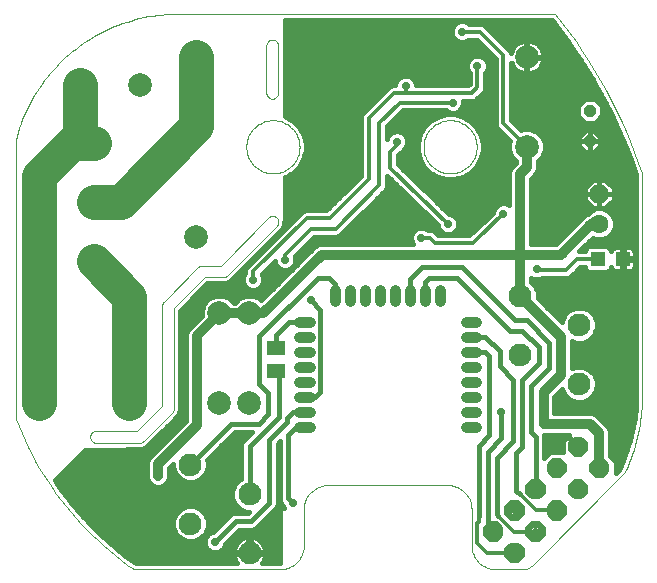
<source format=gtl>
G75*
%MOIN*%
%OFA0B0*%
%FSLAX24Y24*%
%IPPOS*%
%LPD*%
%AMOC8*
5,1,8,0,0,1.08239X$1,22.5*
%
%ADD10C,0.0000*%
%ADD11C,0.0354*%
%ADD12C,0.0866*%
%ADD13C,0.0787*%
%ADD14C,0.1000*%
%ADD15C,0.0760*%
%ADD16OC8,0.0630*%
%ADD17C,0.0630*%
%ADD18C,0.0138*%
%ADD19R,0.0591X0.0512*%
%ADD20OC8,0.0399*%
%ADD21R,0.0472X0.0472*%
%ADD22C,0.0787*%
%ADD23C,0.1181*%
%ADD24C,0.0283*%
%ADD25C,0.0320*%
%ADD26C,0.0160*%
%ADD27C,0.0120*%
%ADD28C,0.0425*%
D10*
X004154Y000307D02*
X009036Y000307D01*
X009090Y000309D01*
X009143Y000314D01*
X009196Y000323D01*
X009248Y000336D01*
X009300Y000352D01*
X009350Y000372D01*
X009398Y000395D01*
X009445Y000422D01*
X009490Y000451D01*
X009533Y000484D01*
X009573Y000519D01*
X009611Y000557D01*
X009646Y000597D01*
X009679Y000640D01*
X009708Y000685D01*
X009735Y000732D01*
X009758Y000780D01*
X009778Y000830D01*
X009794Y000882D01*
X009807Y000934D01*
X009816Y000987D01*
X009821Y001040D01*
X009823Y001094D01*
X009823Y002316D01*
X009825Y002370D01*
X009830Y002423D01*
X009839Y002476D01*
X009852Y002528D01*
X009868Y002580D01*
X009888Y002630D01*
X009911Y002678D01*
X009938Y002725D01*
X009967Y002770D01*
X010000Y002813D01*
X010035Y002853D01*
X010073Y002891D01*
X010113Y002926D01*
X010156Y002959D01*
X010201Y002988D01*
X010248Y003015D01*
X010296Y003038D01*
X010346Y003058D01*
X010398Y003074D01*
X010450Y003087D01*
X010503Y003096D01*
X010556Y003101D01*
X010610Y003103D01*
X010610Y003104D02*
X014626Y003104D01*
X014626Y003103D02*
X014680Y003101D01*
X014733Y003096D01*
X014786Y003087D01*
X014838Y003074D01*
X014890Y003058D01*
X014940Y003038D01*
X014988Y003015D01*
X015035Y002988D01*
X015080Y002959D01*
X015123Y002926D01*
X015163Y002891D01*
X015201Y002853D01*
X015236Y002813D01*
X015269Y002770D01*
X015298Y002725D01*
X015325Y002678D01*
X015348Y002630D01*
X015368Y002580D01*
X015384Y002528D01*
X015397Y002476D01*
X015406Y002423D01*
X015411Y002370D01*
X015413Y002316D01*
X015414Y002316D02*
X015414Y001094D01*
X015416Y001040D01*
X015421Y000987D01*
X015430Y000934D01*
X015443Y000882D01*
X015459Y000830D01*
X015479Y000780D01*
X015502Y000732D01*
X015529Y000685D01*
X015558Y000640D01*
X015591Y000597D01*
X015626Y000557D01*
X015664Y000519D01*
X015704Y000484D01*
X015747Y000451D01*
X015792Y000422D01*
X015839Y000395D01*
X015887Y000372D01*
X015937Y000352D01*
X015989Y000336D01*
X016041Y000323D01*
X016094Y000314D01*
X016147Y000309D01*
X016201Y000307D01*
X017140Y000307D01*
X017419Y000422D02*
X020492Y003496D01*
X021083Y005701D02*
X021083Y013496D01*
X018189Y018811D02*
X005374Y018811D01*
X008573Y017759D02*
X008573Y016184D01*
X008572Y016184D02*
X008574Y016158D01*
X008579Y016133D01*
X008587Y016109D01*
X008598Y016085D01*
X008613Y016064D01*
X008630Y016045D01*
X008649Y016028D01*
X008671Y016013D01*
X008694Y016002D01*
X008718Y015994D01*
X008743Y015989D01*
X008769Y015987D01*
X008795Y015989D01*
X008820Y015994D01*
X008844Y016002D01*
X008868Y016013D01*
X008889Y016028D01*
X008908Y016045D01*
X008925Y016064D01*
X008940Y016086D01*
X008951Y016109D01*
X008959Y016133D01*
X008964Y016158D01*
X008966Y016184D01*
X008966Y017759D01*
X008769Y017956D02*
X008743Y017954D01*
X008718Y017949D01*
X008694Y017941D01*
X008671Y017930D01*
X008649Y017915D01*
X008630Y017898D01*
X008613Y017879D01*
X008598Y017858D01*
X008587Y017834D01*
X008579Y017810D01*
X008574Y017785D01*
X008572Y017759D01*
X008769Y017956D02*
X008795Y017954D01*
X008820Y017949D01*
X008844Y017941D01*
X008868Y017930D01*
X008889Y017915D01*
X008908Y017898D01*
X008925Y017879D01*
X008940Y017857D01*
X008951Y017834D01*
X008959Y017810D01*
X008964Y017785D01*
X008966Y017759D01*
X007908Y014382D02*
X007910Y014441D01*
X007916Y014500D01*
X007926Y014558D01*
X007939Y014616D01*
X007957Y014673D01*
X007978Y014728D01*
X008003Y014782D01*
X008032Y014834D01*
X008064Y014883D01*
X008099Y014931D01*
X008137Y014976D01*
X008178Y015019D01*
X008222Y015059D01*
X008268Y015095D01*
X008317Y015129D01*
X008368Y015159D01*
X008421Y015186D01*
X008476Y015209D01*
X008531Y015228D01*
X008589Y015244D01*
X008647Y015256D01*
X008705Y015264D01*
X008764Y015268D01*
X008824Y015268D01*
X008883Y015264D01*
X008941Y015256D01*
X008999Y015244D01*
X009057Y015228D01*
X009112Y015209D01*
X009167Y015186D01*
X009220Y015159D01*
X009271Y015129D01*
X009320Y015095D01*
X009366Y015059D01*
X009410Y015019D01*
X009451Y014976D01*
X009489Y014931D01*
X009524Y014883D01*
X009556Y014834D01*
X009585Y014782D01*
X009610Y014728D01*
X009631Y014673D01*
X009649Y014616D01*
X009662Y014558D01*
X009672Y014500D01*
X009678Y014441D01*
X009680Y014382D01*
X009678Y014323D01*
X009672Y014264D01*
X009662Y014206D01*
X009649Y014148D01*
X009631Y014091D01*
X009610Y014036D01*
X009585Y013982D01*
X009556Y013930D01*
X009524Y013881D01*
X009489Y013833D01*
X009451Y013788D01*
X009410Y013745D01*
X009366Y013705D01*
X009320Y013669D01*
X009271Y013635D01*
X009220Y013605D01*
X009167Y013578D01*
X009112Y013555D01*
X009057Y013536D01*
X008999Y013520D01*
X008941Y013508D01*
X008883Y013500D01*
X008824Y013496D01*
X008764Y013496D01*
X008705Y013500D01*
X008647Y013508D01*
X008589Y013520D01*
X008531Y013536D01*
X008476Y013555D01*
X008421Y013578D01*
X008368Y013605D01*
X008317Y013635D01*
X008268Y013669D01*
X008222Y013705D01*
X008178Y013745D01*
X008137Y013788D01*
X008099Y013833D01*
X008064Y013881D01*
X008032Y013930D01*
X008003Y013982D01*
X007978Y014036D01*
X007957Y014091D01*
X007939Y014148D01*
X007926Y014206D01*
X007916Y014264D01*
X007910Y014323D01*
X007908Y014382D01*
X005375Y018812D02*
X005226Y018803D01*
X005078Y018791D01*
X004930Y018774D01*
X004783Y018754D01*
X004636Y018730D01*
X004490Y018702D01*
X004345Y018669D01*
X004201Y018634D01*
X004057Y018594D01*
X003915Y018550D01*
X003774Y018503D01*
X003634Y018452D01*
X003496Y018397D01*
X003359Y018338D01*
X003224Y018276D01*
X003091Y018210D01*
X002959Y018141D01*
X002830Y018068D01*
X002702Y017992D01*
X002576Y017913D01*
X002453Y017830D01*
X002332Y017743D01*
X002213Y017654D01*
X002096Y017562D01*
X001982Y017466D01*
X001871Y017367D01*
X001762Y017266D01*
X001657Y017161D01*
X001554Y017054D01*
X001453Y016944D01*
X001356Y016832D01*
X001262Y016717D01*
X001171Y016599D01*
X001083Y016479D01*
X000998Y016357D01*
X000917Y016232D01*
X000839Y016106D01*
X000765Y015977D01*
X000693Y015846D01*
X000626Y015714D01*
X000562Y015580D01*
X000501Y015444D01*
X000445Y015306D01*
X000392Y015167D01*
X000342Y015027D01*
X000297Y014885D01*
X000255Y014743D01*
X000217Y014599D01*
X000217Y014598D02*
X000217Y005307D01*
X002894Y004913D02*
X004272Y004913D01*
X005099Y005740D01*
X005099Y009084D01*
X005156Y009223D02*
X006301Y010368D01*
X006440Y010425D02*
X007046Y010425D01*
X008644Y012023D01*
X008778Y012079D02*
X008803Y012077D01*
X008827Y012073D01*
X008851Y012065D01*
X008873Y012054D01*
X008894Y012040D01*
X008912Y012023D01*
X008913Y012023D02*
X008919Y012016D01*
X008936Y011998D01*
X008950Y011977D01*
X008961Y011955D01*
X008969Y011931D01*
X008973Y011907D01*
X008975Y011882D01*
X008919Y011747D02*
X007261Y010089D01*
X007122Y010031D02*
X006516Y010031D01*
X005492Y009008D01*
X005492Y005664D01*
X005435Y005525D02*
X004487Y004577D01*
X004348Y004520D02*
X002894Y004520D01*
X002868Y004522D01*
X002843Y004527D01*
X002819Y004535D01*
X002795Y004546D01*
X002774Y004561D01*
X002755Y004578D01*
X002738Y004597D01*
X002723Y004619D01*
X002712Y004642D01*
X002704Y004666D01*
X002699Y004691D01*
X002697Y004717D01*
X002699Y004743D01*
X002704Y004768D01*
X002712Y004792D01*
X002723Y004816D01*
X002738Y004837D01*
X002755Y004856D01*
X002774Y004873D01*
X002796Y004888D01*
X002819Y004899D01*
X002843Y004907D01*
X002868Y004912D01*
X002894Y004914D01*
X004348Y004520D02*
X004374Y004522D01*
X004399Y004527D01*
X004423Y004535D01*
X004447Y004546D01*
X004468Y004561D01*
X004487Y004578D01*
X005434Y005525D02*
X005451Y005544D01*
X005466Y005565D01*
X005477Y005589D01*
X005485Y005613D01*
X005490Y005638D01*
X005492Y005664D01*
X021083Y013496D02*
X020963Y013857D01*
X020834Y014215D01*
X020697Y014570D01*
X020552Y014922D01*
X020398Y015270D01*
X020236Y015614D01*
X020066Y015955D01*
X019888Y016291D01*
X019702Y016623D01*
X019509Y016951D01*
X019307Y017273D01*
X019098Y017591D01*
X018882Y017904D01*
X018658Y018212D01*
X018427Y018515D01*
X018189Y018811D01*
X013813Y014382D02*
X013815Y014441D01*
X013821Y014500D01*
X013831Y014558D01*
X013844Y014616D01*
X013862Y014673D01*
X013883Y014728D01*
X013908Y014782D01*
X013937Y014834D01*
X013969Y014883D01*
X014004Y014931D01*
X014042Y014976D01*
X014083Y015019D01*
X014127Y015059D01*
X014173Y015095D01*
X014222Y015129D01*
X014273Y015159D01*
X014326Y015186D01*
X014381Y015209D01*
X014436Y015228D01*
X014494Y015244D01*
X014552Y015256D01*
X014610Y015264D01*
X014669Y015268D01*
X014729Y015268D01*
X014788Y015264D01*
X014846Y015256D01*
X014904Y015244D01*
X014962Y015228D01*
X015017Y015209D01*
X015072Y015186D01*
X015125Y015159D01*
X015176Y015129D01*
X015225Y015095D01*
X015271Y015059D01*
X015315Y015019D01*
X015356Y014976D01*
X015394Y014931D01*
X015429Y014883D01*
X015461Y014834D01*
X015490Y014782D01*
X015515Y014728D01*
X015536Y014673D01*
X015554Y014616D01*
X015567Y014558D01*
X015577Y014500D01*
X015583Y014441D01*
X015585Y014382D01*
X015583Y014323D01*
X015577Y014264D01*
X015567Y014206D01*
X015554Y014148D01*
X015536Y014091D01*
X015515Y014036D01*
X015490Y013982D01*
X015461Y013930D01*
X015429Y013881D01*
X015394Y013833D01*
X015356Y013788D01*
X015315Y013745D01*
X015271Y013705D01*
X015225Y013669D01*
X015176Y013635D01*
X015125Y013605D01*
X015072Y013578D01*
X015017Y013555D01*
X014962Y013536D01*
X014904Y013520D01*
X014846Y013508D01*
X014788Y013500D01*
X014729Y013496D01*
X014669Y013496D01*
X014610Y013500D01*
X014552Y013508D01*
X014494Y013520D01*
X014436Y013536D01*
X014381Y013555D01*
X014326Y013578D01*
X014273Y013605D01*
X014222Y013635D01*
X014173Y013669D01*
X014127Y013705D01*
X014083Y013745D01*
X014042Y013788D01*
X014004Y013833D01*
X013969Y013881D01*
X013937Y013930D01*
X013908Y013982D01*
X013883Y014036D01*
X013862Y014091D01*
X013844Y014148D01*
X013831Y014206D01*
X013821Y014264D01*
X013815Y014323D01*
X013813Y014382D01*
X008975Y011882D02*
X008973Y011857D01*
X008969Y011833D01*
X008961Y011809D01*
X008950Y011787D01*
X008936Y011766D01*
X008919Y011748D01*
X008778Y012079D02*
X008753Y012077D01*
X008729Y012073D01*
X008705Y012065D01*
X008683Y012054D01*
X008662Y012040D01*
X008644Y012023D01*
X007261Y010089D02*
X007242Y010072D01*
X007221Y010057D01*
X007197Y010046D01*
X007173Y010038D01*
X007148Y010033D01*
X007122Y010031D01*
X006440Y010425D02*
X006414Y010423D01*
X006389Y010418D01*
X006365Y010410D01*
X006341Y010399D01*
X006320Y010384D01*
X006301Y010367D01*
X005156Y009223D02*
X005139Y009204D01*
X005124Y009183D01*
X005113Y009159D01*
X005105Y009135D01*
X005100Y009110D01*
X005098Y009084D01*
X000217Y005307D02*
X000313Y005067D01*
X000415Y004830D01*
X000522Y004595D01*
X000635Y004362D01*
X000754Y004133D01*
X000878Y003906D01*
X001007Y003682D01*
X001141Y003462D01*
X001281Y003245D01*
X001426Y003031D01*
X001576Y002820D01*
X001731Y002614D01*
X001891Y002411D01*
X002056Y002212D01*
X002225Y002016D01*
X002399Y001825D01*
X002577Y001639D01*
X002760Y001456D01*
X002947Y001278D01*
X003138Y001104D01*
X003334Y000935D01*
X003533Y000771D01*
X003736Y000611D01*
X003943Y000457D01*
X004154Y000307D01*
X020492Y003496D02*
X020554Y003625D01*
X020614Y003756D01*
X020670Y003888D01*
X020723Y004022D01*
X020772Y004157D01*
X020818Y004293D01*
X020860Y004430D01*
X020899Y004569D01*
X020935Y004708D01*
X020967Y004848D01*
X020995Y004989D01*
X021020Y005130D01*
X021041Y005272D01*
X021058Y005415D01*
X021072Y005558D01*
X021082Y005701D01*
X017419Y000422D02*
X017390Y000396D01*
X017359Y000373D01*
X017326Y000354D01*
X017291Y000337D01*
X017254Y000324D01*
X017217Y000315D01*
X017179Y000309D01*
X017140Y000307D01*
D11*
X015577Y005039D02*
X015223Y005039D01*
X015223Y005539D02*
X015577Y005539D01*
X015577Y006039D02*
X015223Y006039D01*
X015223Y006539D02*
X015577Y006539D01*
X015577Y007039D02*
X015223Y007039D01*
X015223Y007539D02*
X015577Y007539D01*
X015577Y008039D02*
X015223Y008039D01*
X015223Y008539D02*
X015577Y008539D01*
X014368Y009252D02*
X014368Y009606D01*
X013868Y009606D02*
X013868Y009252D01*
X013368Y009252D02*
X013368Y009606D01*
X012868Y009606D02*
X012868Y009252D01*
X012368Y009252D02*
X012368Y009606D01*
X011868Y009606D02*
X011868Y009252D01*
X011368Y009252D02*
X011368Y009606D01*
X010868Y009606D02*
X010868Y009252D01*
X010014Y008539D02*
X009660Y008539D01*
X009660Y008039D02*
X010014Y008039D01*
X010014Y007539D02*
X009660Y007539D01*
X009660Y007039D02*
X010014Y007039D01*
X010014Y006539D02*
X009660Y006539D01*
X009660Y006039D02*
X010014Y006039D01*
X010014Y005539D02*
X009660Y005539D01*
X009660Y005039D02*
X010014Y005039D01*
D12*
X004008Y005830D03*
X001008Y005830D03*
X001008Y008830D03*
X004008Y008830D03*
D13*
X006235Y011390D03*
X007008Y008830D03*
X008008Y008830D03*
X008008Y005830D03*
X007008Y005830D03*
X017258Y014382D03*
X017258Y017374D03*
X006235Y017374D03*
X004366Y016448D03*
X002366Y016448D03*
D14*
X002815Y014515D03*
X002815Y012546D03*
X002815Y010578D03*
D15*
X006043Y003791D03*
X008012Y002807D03*
X006043Y001823D03*
X008012Y000839D03*
X017032Y007453D03*
X017032Y009421D03*
X019001Y008437D03*
X019001Y006468D03*
D16*
X019672Y012815D03*
D17*
X019672Y011815D03*
D18*
X018755Y004341D02*
X018686Y004272D01*
X018686Y004498D01*
X018848Y004660D01*
X019074Y004660D01*
X019236Y004498D01*
X019236Y004272D01*
X019074Y004110D01*
X018848Y004110D01*
X018686Y004272D01*
X018790Y004314D01*
X018790Y004456D01*
X018890Y004556D01*
X019032Y004556D01*
X019132Y004456D01*
X019132Y004314D01*
X019032Y004214D01*
X018890Y004214D01*
X018790Y004314D01*
X018893Y004357D01*
X018893Y004413D01*
X018933Y004453D01*
X018989Y004453D01*
X019029Y004413D01*
X019029Y004357D01*
X018989Y004317D01*
X018933Y004317D01*
X018893Y004357D01*
X018048Y003634D02*
X017979Y003565D01*
X017979Y003791D01*
X018141Y003953D01*
X018367Y003953D01*
X018529Y003791D01*
X018529Y003565D01*
X018367Y003403D01*
X018141Y003403D01*
X017979Y003565D01*
X018083Y003607D01*
X018083Y003749D01*
X018183Y003849D01*
X018325Y003849D01*
X018425Y003749D01*
X018425Y003607D01*
X018325Y003507D01*
X018183Y003507D01*
X018083Y003607D01*
X018186Y003650D01*
X018186Y003706D01*
X018226Y003746D01*
X018282Y003746D01*
X018322Y003706D01*
X018322Y003650D01*
X018282Y003610D01*
X018226Y003610D01*
X018186Y003650D01*
X017341Y002927D02*
X017272Y002858D01*
X017272Y003084D01*
X017434Y003246D01*
X017660Y003246D01*
X017822Y003084D01*
X017822Y002858D01*
X017660Y002696D01*
X017434Y002696D01*
X017272Y002858D01*
X017376Y002900D01*
X017376Y003042D01*
X017476Y003142D01*
X017618Y003142D01*
X017718Y003042D01*
X017718Y002900D01*
X017618Y002800D01*
X017476Y002800D01*
X017376Y002900D01*
X017479Y002943D01*
X017479Y002999D01*
X017519Y003039D01*
X017575Y003039D01*
X017615Y002999D01*
X017615Y002943D01*
X017575Y002903D01*
X017519Y002903D01*
X017479Y002943D01*
X016634Y002220D02*
X016565Y002151D01*
X016565Y002377D01*
X016727Y002539D01*
X016953Y002539D01*
X017115Y002377D01*
X017115Y002151D01*
X016953Y001989D01*
X016727Y001989D01*
X016565Y002151D01*
X016669Y002193D01*
X016669Y002335D01*
X016769Y002435D01*
X016911Y002435D01*
X017011Y002335D01*
X017011Y002193D01*
X016911Y002093D01*
X016769Y002093D01*
X016669Y002193D01*
X016772Y002236D01*
X016772Y002292D01*
X016812Y002332D01*
X016868Y002332D01*
X016908Y002292D01*
X016908Y002236D01*
X016868Y002196D01*
X016812Y002196D01*
X016772Y002236D01*
X015927Y001513D02*
X015858Y001444D01*
X015858Y001670D01*
X016020Y001832D01*
X016246Y001832D01*
X016408Y001670D01*
X016408Y001444D01*
X016246Y001282D01*
X016020Y001282D01*
X015858Y001444D01*
X015962Y001486D01*
X015962Y001628D01*
X016062Y001728D01*
X016204Y001728D01*
X016304Y001628D01*
X016304Y001486D01*
X016204Y001386D01*
X016062Y001386D01*
X015962Y001486D01*
X016065Y001529D01*
X016065Y001585D01*
X016105Y001625D01*
X016161Y001625D01*
X016201Y001585D01*
X016201Y001529D01*
X016161Y001489D01*
X016105Y001489D01*
X016065Y001529D01*
X016634Y000806D02*
X016565Y000737D01*
X016565Y000963D01*
X016727Y001125D01*
X016953Y001125D01*
X017115Y000963D01*
X017115Y000737D01*
X016953Y000575D01*
X016727Y000575D01*
X016565Y000737D01*
X016669Y000779D01*
X016669Y000921D01*
X016769Y001021D01*
X016911Y001021D01*
X017011Y000921D01*
X017011Y000779D01*
X016911Y000679D01*
X016769Y000679D01*
X016669Y000779D01*
X016772Y000822D01*
X016772Y000878D01*
X016812Y000918D01*
X016868Y000918D01*
X016908Y000878D01*
X016908Y000822D01*
X016868Y000782D01*
X016812Y000782D01*
X016772Y000822D01*
X017341Y001513D02*
X017272Y001444D01*
X017272Y001670D01*
X017434Y001832D01*
X017660Y001832D01*
X017822Y001670D01*
X017822Y001444D01*
X017660Y001282D01*
X017434Y001282D01*
X017272Y001444D01*
X017376Y001486D01*
X017376Y001628D01*
X017476Y001728D01*
X017618Y001728D01*
X017718Y001628D01*
X017718Y001486D01*
X017618Y001386D01*
X017476Y001386D01*
X017376Y001486D01*
X017479Y001529D01*
X017479Y001585D01*
X017519Y001625D01*
X017575Y001625D01*
X017615Y001585D01*
X017615Y001529D01*
X017575Y001489D01*
X017519Y001489D01*
X017479Y001529D01*
X018048Y002220D02*
X017979Y002151D01*
X017979Y002377D01*
X018141Y002539D01*
X018367Y002539D01*
X018529Y002377D01*
X018529Y002151D01*
X018367Y001989D01*
X018141Y001989D01*
X017979Y002151D01*
X018083Y002193D01*
X018083Y002335D01*
X018183Y002435D01*
X018325Y002435D01*
X018425Y002335D01*
X018425Y002193D01*
X018325Y002093D01*
X018183Y002093D01*
X018083Y002193D01*
X018186Y002236D01*
X018186Y002292D01*
X018226Y002332D01*
X018282Y002332D01*
X018322Y002292D01*
X018322Y002236D01*
X018282Y002196D01*
X018226Y002196D01*
X018186Y002236D01*
X018755Y002927D02*
X018686Y002858D01*
X018686Y003084D01*
X018848Y003246D01*
X019074Y003246D01*
X019236Y003084D01*
X019236Y002858D01*
X019074Y002696D01*
X018848Y002696D01*
X018686Y002858D01*
X018790Y002900D01*
X018790Y003042D01*
X018890Y003142D01*
X019032Y003142D01*
X019132Y003042D01*
X019132Y002900D01*
X019032Y002800D01*
X018890Y002800D01*
X018790Y002900D01*
X018893Y002943D01*
X018893Y002999D01*
X018933Y003039D01*
X018989Y003039D01*
X019029Y002999D01*
X019029Y002943D01*
X018989Y002903D01*
X018933Y002903D01*
X018893Y002943D01*
X019462Y003634D02*
X019393Y003565D01*
X019393Y003791D01*
X019555Y003953D01*
X019781Y003953D01*
X019943Y003791D01*
X019943Y003565D01*
X019781Y003403D01*
X019555Y003403D01*
X019393Y003565D01*
X019497Y003607D01*
X019497Y003749D01*
X019597Y003849D01*
X019739Y003849D01*
X019839Y003749D01*
X019839Y003607D01*
X019739Y003507D01*
X019597Y003507D01*
X019497Y003607D01*
X019600Y003650D01*
X019600Y003706D01*
X019640Y003746D01*
X019696Y003746D01*
X019736Y003706D01*
X019736Y003650D01*
X019696Y003610D01*
X019640Y003610D01*
X019600Y003650D01*
D19*
X008896Y006924D03*
X008896Y007672D03*
D20*
X019351Y014571D03*
X019351Y015571D03*
D21*
X019625Y010638D03*
X020451Y010638D03*
D22*
X002815Y014515D02*
X002815Y014554D01*
D23*
X002815Y014515D02*
X002366Y014515D01*
X002366Y016448D01*
X002100Y014515D02*
X002815Y014515D01*
X002100Y014515D02*
X001008Y013423D01*
X001008Y008830D01*
X001008Y005830D01*
X004008Y005830D02*
X004008Y008830D01*
X004008Y009385D01*
X002815Y010578D01*
X002815Y012546D02*
X003716Y012546D01*
X006235Y015065D01*
X006235Y017374D01*
D24*
X010065Y013137D03*
X012781Y011956D03*
X013738Y011348D03*
X014626Y011803D03*
X016477Y012157D03*
X018380Y010793D03*
X017579Y010307D03*
X020124Y008145D03*
X017816Y005146D03*
X016400Y005539D03*
X010059Y009283D03*
X008764Y010200D03*
X009193Y010623D03*
X008130Y009953D03*
X012933Y014559D03*
X014787Y015855D03*
X015256Y016528D03*
X015610Y017079D03*
X015099Y018220D03*
X013217Y016407D03*
X012382Y016882D03*
X007637Y004587D03*
X009450Y002513D03*
X006861Y001213D03*
X004962Y003408D03*
X004150Y003413D03*
D25*
X004962Y003408D02*
X004962Y003818D01*
X006251Y005107D01*
X006251Y008073D01*
X007008Y008830D01*
X008008Y008830D01*
X008468Y008830D01*
X010432Y010793D01*
X017003Y010793D01*
X017017Y010808D01*
X017052Y010808D01*
X017067Y010793D01*
X017046Y010793D01*
X017032Y010807D01*
X017032Y013472D01*
X017258Y013699D01*
X017258Y014382D01*
X019402Y011815D02*
X018380Y010793D01*
X017067Y010793D01*
X017032Y010807D02*
X017032Y009421D01*
X018400Y008054D01*
X018400Y006790D01*
X017816Y006207D01*
X017816Y005146D01*
X019367Y005146D01*
X019668Y004845D01*
X019668Y003678D01*
X019672Y011815D02*
X019402Y011815D01*
D26*
X002304Y002229D02*
X001651Y003059D01*
X001520Y003264D01*
X002540Y004283D01*
X003878Y004283D01*
X003915Y004320D01*
X004431Y004320D01*
X004433Y004322D01*
X004566Y004377D01*
X004570Y004377D01*
X005517Y005325D01*
X005534Y005342D01*
X005632Y005439D01*
X005635Y005442D01*
X005635Y005446D01*
X005689Y005579D01*
X005692Y005581D01*
X005692Y008925D01*
X006599Y009831D01*
X007205Y009831D01*
X007207Y009834D01*
X007340Y009889D01*
X007344Y009889D01*
X009002Y011547D01*
X009012Y011557D01*
X009116Y011661D01*
X009119Y011665D01*
X009119Y011670D01*
X009171Y011795D01*
X009175Y011799D01*
X009175Y011879D01*
X009204Y011907D01*
X009204Y013368D01*
X009213Y013370D01*
X009461Y013513D01*
X009663Y013715D01*
X009806Y013963D01*
X009880Y014239D01*
X009880Y014525D01*
X009806Y014801D01*
X009663Y015049D01*
X009461Y015251D01*
X009213Y015394D01*
X009204Y015396D01*
X009204Y018611D01*
X018092Y018611D01*
X018498Y018092D01*
X019337Y016846D01*
X020056Y015527D01*
X020647Y014145D01*
X020883Y013463D01*
X020883Y005709D01*
X020849Y005345D01*
X020707Y004620D01*
X020468Y003921D01*
X020326Y003612D01*
X020213Y003499D01*
X020213Y003903D01*
X020028Y004088D01*
X020028Y004917D01*
X019973Y005049D01*
X019872Y005150D01*
X019571Y005451D01*
X019439Y005506D01*
X018176Y005506D01*
X018176Y006058D01*
X018436Y006317D01*
X018509Y006140D01*
X018672Y005977D01*
X018885Y005888D01*
X019116Y005888D01*
X019329Y005977D01*
X019492Y006140D01*
X019581Y006353D01*
X019581Y006584D01*
X019492Y006797D01*
X019329Y006960D01*
X019116Y007048D01*
X018885Y007048D01*
X018760Y006997D01*
X018760Y007909D01*
X018885Y007857D01*
X019116Y007857D01*
X019329Y007945D01*
X019492Y008108D01*
X019581Y008322D01*
X019581Y008552D01*
X019492Y008766D01*
X019329Y008929D01*
X019116Y009017D01*
X018885Y009017D01*
X018672Y008929D01*
X018509Y008766D01*
X018421Y008552D01*
X018421Y008542D01*
X017612Y009350D01*
X017612Y009537D01*
X017524Y009750D01*
X017392Y009881D01*
X017392Y010015D01*
X017511Y009965D01*
X017647Y009965D01*
X017749Y010008D01*
X018615Y010008D01*
X018710Y010047D01*
X018784Y010120D01*
X019042Y010378D01*
X019188Y010378D01*
X019188Y010319D01*
X019306Y010202D01*
X019944Y010202D01*
X020061Y010319D01*
X020061Y010365D01*
X020067Y010341D01*
X020088Y010305D01*
X020118Y010275D01*
X020154Y010254D01*
X020194Y010244D01*
X020413Y010244D01*
X020413Y010600D01*
X020490Y010600D01*
X020490Y010677D01*
X020846Y010677D01*
X020846Y010896D01*
X020836Y010936D01*
X020815Y010972D01*
X020785Y011002D01*
X020749Y011023D01*
X020709Y011033D01*
X020490Y011033D01*
X020490Y010677D01*
X020413Y010677D01*
X020413Y011033D01*
X020194Y011033D01*
X020154Y011023D01*
X020118Y011002D01*
X020088Y010972D01*
X020067Y010936D01*
X020061Y010912D01*
X020061Y010958D01*
X019944Y011075D01*
X019306Y011075D01*
X019188Y010958D01*
X019188Y010898D01*
X018995Y010898D01*
X019447Y011351D01*
X019569Y011300D01*
X019774Y011300D01*
X019964Y011378D01*
X020108Y011523D01*
X020187Y011713D01*
X020187Y011917D01*
X020108Y012107D01*
X019964Y012252D01*
X019774Y012330D01*
X019569Y012330D01*
X019380Y012252D01*
X019284Y012156D01*
X019198Y012120D01*
X018231Y011153D01*
X017392Y011153D01*
X017392Y013323D01*
X017462Y013394D01*
X017462Y013394D01*
X017564Y013495D01*
X017618Y013627D01*
X017618Y013902D01*
X017762Y014046D01*
X017852Y014264D01*
X017852Y014500D01*
X017762Y014718D01*
X017595Y014885D01*
X017376Y014976D01*
X017140Y014976D01*
X017064Y014944D01*
X016737Y015271D01*
X016737Y017192D01*
X016746Y017162D01*
X016786Y017084D01*
X016837Y017014D01*
X016899Y016953D01*
X016969Y016902D01*
X017046Y016862D01*
X017129Y016835D01*
X017215Y016822D01*
X017240Y016822D01*
X017240Y017356D01*
X017277Y017356D01*
X017277Y017392D01*
X017811Y017392D01*
X017811Y017417D01*
X017797Y017503D01*
X017770Y017586D01*
X017731Y017664D01*
X017680Y017734D01*
X017618Y017795D01*
X017548Y017846D01*
X017470Y017886D01*
X017388Y017913D01*
X017302Y017926D01*
X017277Y017926D01*
X017277Y017392D01*
X017240Y017392D01*
X017240Y017926D01*
X017215Y017926D01*
X017129Y017913D01*
X017046Y017886D01*
X016969Y017846D01*
X016899Y017795D01*
X016837Y017734D01*
X016786Y017664D01*
X016746Y017586D01*
X016724Y017516D01*
X016697Y017580D01*
X016624Y017653D01*
X015836Y018441D01*
X015741Y018480D01*
X015322Y018480D01*
X015292Y018510D01*
X015167Y018562D01*
X015031Y018562D01*
X014905Y018510D01*
X014809Y018414D01*
X014757Y018288D01*
X014757Y018152D01*
X014809Y018027D01*
X014905Y017931D01*
X015031Y017879D01*
X015167Y017879D01*
X015292Y017931D01*
X015322Y017960D01*
X015581Y017960D01*
X016217Y017325D01*
X016217Y015112D01*
X016256Y015016D01*
X016696Y014576D01*
X016665Y014500D01*
X016665Y014264D01*
X016755Y014046D01*
X016898Y013902D01*
X016898Y013848D01*
X016828Y013778D01*
X016727Y013676D01*
X016672Y013544D01*
X016672Y012445D01*
X016670Y012447D01*
X016544Y012499D01*
X016409Y012499D01*
X016283Y012447D01*
X016187Y012351D01*
X016135Y012225D01*
X016135Y012191D01*
X015484Y011570D01*
X015481Y011569D01*
X015446Y011534D01*
X015411Y011501D01*
X015410Y011498D01*
X015345Y011433D01*
X014301Y011433D01*
X014238Y011495D01*
X014165Y011569D01*
X014070Y011608D01*
X013961Y011608D01*
X013932Y011638D01*
X013806Y011690D01*
X013670Y011690D01*
X013545Y011638D01*
X013448Y011542D01*
X013396Y011416D01*
X013396Y011280D01*
X013448Y011155D01*
X013450Y011153D01*
X010360Y011153D01*
X010228Y011098D01*
X010126Y010997D01*
X008403Y009274D01*
X008344Y009333D01*
X008126Y009424D01*
X007890Y009424D01*
X007672Y009333D01*
X007528Y009190D01*
X007488Y009190D01*
X007344Y009333D01*
X007126Y009424D01*
X006890Y009424D01*
X006672Y009333D01*
X006505Y009166D01*
X006414Y008948D01*
X006414Y008745D01*
X005946Y008277D01*
X005891Y008144D01*
X005891Y005256D01*
X004758Y004124D01*
X004657Y004022D01*
X004602Y003890D01*
X004602Y003337D01*
X004657Y003204D01*
X004758Y003103D01*
X004891Y003048D01*
X005034Y003048D01*
X005166Y003103D01*
X005268Y003204D01*
X005322Y003337D01*
X005322Y003669D01*
X005463Y003810D01*
X005463Y003676D01*
X005552Y003463D01*
X005715Y003300D01*
X005928Y003211D01*
X006159Y003211D01*
X006372Y003300D01*
X006535Y003463D01*
X006623Y003676D01*
X006623Y003907D01*
X006603Y003955D01*
X007525Y004877D01*
X008091Y004877D01*
X007853Y004640D01*
X007775Y004561D01*
X007732Y004458D01*
X007732Y003319D01*
X007683Y003299D01*
X007520Y003136D01*
X007432Y002922D01*
X007432Y002692D01*
X007520Y002479D01*
X007683Y002315D01*
X007897Y002227D01*
X007991Y002227D01*
X007951Y002187D01*
X007499Y002187D01*
X007396Y002144D01*
X007317Y002066D01*
X006807Y001555D01*
X006793Y001555D01*
X006668Y001503D01*
X006571Y001407D01*
X006519Y001281D01*
X006519Y001145D01*
X006571Y001020D01*
X006668Y000924D01*
X006793Y000872D01*
X006929Y000872D01*
X007055Y000924D01*
X007151Y001020D01*
X007203Y001145D01*
X007203Y001159D01*
X007671Y001627D01*
X008122Y001627D01*
X008225Y001670D01*
X008904Y002348D01*
X008947Y002451D01*
X008947Y004491D01*
X009020Y004564D01*
X009020Y002608D01*
X009062Y002505D01*
X009108Y002459D01*
X009108Y002445D01*
X009146Y002354D01*
X009021Y002354D01*
X009021Y000507D01*
X008437Y000507D01*
X008473Y000556D01*
X008511Y000632D01*
X008537Y000712D01*
X008551Y000796D01*
X008551Y000800D01*
X008050Y000800D01*
X008050Y000877D01*
X007974Y000877D01*
X007974Y001377D01*
X007970Y001377D01*
X007886Y001364D01*
X007805Y001338D01*
X007730Y001299D01*
X007661Y001249D01*
X007601Y001190D01*
X007551Y001121D01*
X007513Y001045D01*
X007486Y000965D01*
X007473Y000881D01*
X007473Y000877D01*
X007974Y000877D01*
X007974Y000800D01*
X007473Y000800D01*
X007473Y000796D01*
X007486Y000712D01*
X007513Y000632D01*
X007551Y000556D01*
X007587Y000507D01*
X004219Y000507D01*
X003841Y000783D01*
X003037Y001468D01*
X002304Y002229D01*
X002304Y002229D01*
X002324Y002209D02*
X005609Y002209D01*
X005552Y002151D02*
X005463Y001938D01*
X005463Y001707D01*
X005552Y001494D01*
X005715Y001331D01*
X005928Y001243D01*
X006159Y001243D01*
X006372Y001331D01*
X006535Y001494D01*
X006623Y001707D01*
X006623Y001938D01*
X006535Y002151D01*
X006372Y002315D01*
X006159Y002403D01*
X005928Y002403D01*
X005715Y002315D01*
X005552Y002151D01*
X005510Y002051D02*
X002476Y002051D01*
X002629Y001892D02*
X005463Y001892D01*
X005463Y001734D02*
X002781Y001734D01*
X002934Y001575D02*
X005518Y001575D01*
X005629Y001417D02*
X003097Y001417D01*
X003283Y001258D02*
X005891Y001258D01*
X006196Y001258D02*
X006519Y001258D01*
X006538Y001100D02*
X003469Y001100D01*
X003655Y000941D02*
X006650Y000941D01*
X006861Y001213D02*
X007555Y001907D01*
X008067Y001907D01*
X008667Y002507D01*
X008667Y004607D01*
X009267Y005207D01*
X009267Y005357D01*
X009449Y005539D01*
X009837Y005539D01*
X009837Y006039D02*
X010201Y006039D01*
X010374Y006213D01*
X010374Y008929D01*
X010059Y009283D01*
X010285Y010007D02*
X010667Y010007D01*
X010868Y009805D01*
X010868Y009429D01*
X010285Y010007D02*
X008345Y008067D01*
X008345Y006464D01*
X008642Y006167D01*
X008642Y005482D01*
X008317Y005157D01*
X007409Y005157D01*
X006043Y003791D01*
X005696Y003319D02*
X005315Y003319D01*
X005322Y003477D02*
X005546Y003477D01*
X005480Y003636D02*
X005322Y003636D01*
X005447Y003794D02*
X005463Y003794D01*
X005223Y003160D02*
X007545Y003160D01*
X007465Y003002D02*
X001696Y003002D01*
X001586Y003160D02*
X004701Y003160D01*
X004610Y003319D02*
X001575Y003319D01*
X001733Y003477D02*
X004602Y003477D01*
X004602Y003636D02*
X001892Y003636D01*
X002050Y003794D02*
X004602Y003794D01*
X004628Y003953D02*
X002209Y003953D01*
X002367Y004111D02*
X004746Y004111D01*
X004904Y004270D02*
X002526Y004270D01*
X001821Y002843D02*
X007432Y002843D01*
X007435Y002685D02*
X001946Y002685D01*
X002070Y002526D02*
X007501Y002526D01*
X007631Y002368D02*
X006244Y002368D01*
X006477Y002209D02*
X007973Y002209D01*
X008448Y001892D02*
X009021Y001892D01*
X009021Y001734D02*
X008289Y001734D01*
X008138Y001364D02*
X008054Y001377D01*
X008050Y001377D01*
X008050Y000877D01*
X008551Y000877D01*
X008551Y000881D01*
X008537Y000965D01*
X008511Y001045D01*
X008473Y001121D01*
X008423Y001190D01*
X008363Y001249D01*
X008294Y001299D01*
X008219Y001338D01*
X008138Y001364D01*
X008050Y001258D02*
X007974Y001258D01*
X007974Y001100D02*
X008050Y001100D01*
X008050Y000941D02*
X007974Y000941D01*
X007673Y001258D02*
X007302Y001258D01*
X007184Y001100D02*
X007540Y001100D01*
X007483Y000941D02*
X007072Y000941D01*
X007475Y000783D02*
X003842Y000783D01*
X004059Y000624D02*
X007517Y000624D01*
X007460Y001417D02*
X009021Y001417D01*
X009021Y001575D02*
X007619Y001575D01*
X007144Y001892D02*
X006623Y001892D01*
X006623Y001734D02*
X006985Y001734D01*
X006827Y001575D02*
X006569Y001575D01*
X006581Y001417D02*
X006457Y001417D01*
X006577Y002051D02*
X007302Y002051D01*
X008012Y002807D02*
X008012Y004402D01*
X008996Y005387D01*
X008996Y006824D01*
X008896Y006924D01*
X008896Y007672D02*
X008896Y008110D01*
X009326Y008539D01*
X009837Y008539D01*
X008788Y009659D02*
X008313Y009659D01*
X008324Y009663D02*
X008420Y009759D01*
X008472Y009885D01*
X008472Y010021D01*
X008420Y010146D01*
X008418Y010148D01*
X008851Y010579D01*
X008851Y010555D01*
X008903Y010430D01*
X008999Y010334D01*
X009125Y010282D01*
X009261Y010282D01*
X009387Y010334D01*
X009483Y010430D01*
X009535Y010555D01*
X009535Y010691D01*
X009517Y010734D01*
X010168Y011378D01*
X010887Y011386D01*
X010938Y011386D01*
X010939Y011386D01*
X010940Y011386D01*
X010987Y011406D01*
X011033Y011425D01*
X011034Y011426D01*
X011036Y011427D01*
X011071Y011463D01*
X012490Y012882D01*
X012563Y012955D01*
X012603Y013051D01*
X012603Y013421D01*
X014284Y011774D01*
X014284Y011735D01*
X014336Y011610D01*
X014433Y011513D01*
X014558Y011461D01*
X014694Y011461D01*
X014820Y011513D01*
X014916Y011610D01*
X014968Y011735D01*
X014968Y011871D01*
X014916Y011997D01*
X014820Y012093D01*
X014694Y012145D01*
X014649Y012145D01*
X012957Y013802D01*
X012957Y014097D01*
X013154Y014294D01*
X013155Y014298D01*
X013223Y014365D01*
X013275Y014491D01*
X013275Y014627D01*
X013223Y014753D01*
X013127Y014849D01*
X013001Y014901D01*
X012865Y014901D01*
X012740Y014849D01*
X012643Y014753D01*
X012603Y014654D01*
X012603Y015081D01*
X013120Y015598D01*
X014560Y015598D01*
X014593Y015565D01*
X014719Y015513D01*
X014855Y015513D01*
X014980Y015565D01*
X015076Y015662D01*
X015128Y015787D01*
X015128Y015913D01*
X015465Y015913D01*
X015561Y015953D01*
X015758Y016150D01*
X015831Y016223D01*
X015870Y016318D01*
X015870Y016855D01*
X015900Y016885D01*
X015952Y017011D01*
X015952Y017147D01*
X015900Y017272D01*
X015804Y017368D01*
X015678Y017420D01*
X015542Y017420D01*
X015417Y017368D01*
X015321Y017272D01*
X015269Y017147D01*
X015269Y017011D01*
X015321Y016885D01*
X015350Y016855D01*
X015350Y016478D01*
X015306Y016433D01*
X013558Y016433D01*
X013558Y016475D01*
X013506Y016601D01*
X013410Y016697D01*
X013285Y016749D01*
X013149Y016749D01*
X013023Y016697D01*
X012927Y016601D01*
X012875Y016475D01*
X012875Y016433D01*
X012763Y016433D01*
X012668Y016394D01*
X012595Y016320D01*
X011768Y015494D01*
X011728Y015398D01*
X011728Y013407D01*
X010573Y012261D01*
X009913Y012261D01*
X009862Y012261D01*
X009862Y012261D01*
X009861Y012261D01*
X009814Y012242D01*
X009766Y012222D01*
X009766Y012222D01*
X009766Y012222D01*
X009730Y012186D01*
X007983Y010449D01*
X007983Y010449D01*
X007946Y010412D01*
X007910Y010376D01*
X007910Y010376D01*
X007910Y010376D01*
X007890Y010328D01*
X007870Y010281D01*
X007870Y010280D01*
X007870Y010229D01*
X007870Y010177D01*
X007870Y010176D01*
X007840Y010146D01*
X007788Y010021D01*
X007788Y009885D01*
X007840Y009759D01*
X007936Y009663D01*
X008062Y009611D01*
X008198Y009611D01*
X008324Y009663D01*
X008444Y009817D02*
X008946Y009817D01*
X009105Y009976D02*
X008472Y009976D01*
X008425Y010134D02*
X009263Y010134D01*
X009288Y010293D02*
X009422Y010293D01*
X009492Y010451D02*
X009580Y010451D01*
X009535Y010610D02*
X009739Y010610D01*
X009897Y010768D02*
X009551Y010768D01*
X009712Y010927D02*
X010056Y010927D01*
X010126Y010997D02*
X010126Y010997D01*
X010214Y011085D02*
X009872Y011085D01*
X010032Y011244D02*
X013412Y011244D01*
X013396Y011402D02*
X010978Y011402D01*
X011169Y011561D02*
X013467Y011561D01*
X014173Y011561D02*
X014385Y011561D01*
X014291Y011719D02*
X011327Y011719D01*
X011486Y011878D02*
X014179Y011878D01*
X014017Y012036D02*
X011644Y012036D01*
X011803Y012195D02*
X013855Y012195D01*
X013693Y012353D02*
X011961Y012353D01*
X012120Y012512D02*
X013531Y012512D01*
X013370Y012670D02*
X012278Y012670D01*
X012437Y012829D02*
X013208Y012829D01*
X013046Y012987D02*
X012576Y012987D01*
X012603Y013146D02*
X012884Y013146D01*
X012722Y013304D02*
X012603Y013304D01*
X012980Y013780D02*
X013793Y013780D01*
X013830Y013715D02*
X014033Y013513D01*
X014280Y013370D01*
X014556Y013296D01*
X014842Y013296D01*
X015118Y013370D01*
X015366Y013513D01*
X015568Y013715D01*
X015711Y013963D01*
X015785Y014239D01*
X015785Y014525D01*
X015711Y014801D01*
X015568Y015049D01*
X015366Y015251D01*
X015118Y015394D01*
X014842Y015468D01*
X014556Y015468D01*
X014280Y015394D01*
X014033Y015251D01*
X013830Y015049D01*
X013688Y014801D01*
X013614Y014525D01*
X013614Y014239D01*
X013688Y013963D01*
X013830Y013715D01*
X013925Y013621D02*
X013142Y013621D01*
X013304Y013463D02*
X014120Y013463D01*
X014526Y013304D02*
X013465Y013304D01*
X013627Y013146D02*
X016672Y013146D01*
X016672Y013304D02*
X014872Y013304D01*
X015279Y013463D02*
X016672Y013463D01*
X016704Y013621D02*
X015474Y013621D01*
X015605Y013780D02*
X016830Y013780D01*
X016828Y013778D02*
X016828Y013778D01*
X016863Y013938D02*
X015697Y013938D01*
X015747Y014097D02*
X016734Y014097D01*
X016668Y014255D02*
X015785Y014255D01*
X015785Y014414D02*
X016665Y014414D01*
X016695Y014572D02*
X015773Y014572D01*
X015730Y014731D02*
X016542Y014731D01*
X016383Y014889D02*
X015660Y014889D01*
X015569Y015048D02*
X016243Y015048D01*
X016217Y015206D02*
X015411Y015206D01*
X015169Y015365D02*
X016217Y015365D01*
X016217Y015523D02*
X014878Y015523D01*
X014695Y015523D02*
X013044Y015523D01*
X012886Y015365D02*
X014230Y015365D01*
X013988Y015206D02*
X012727Y015206D01*
X012603Y015048D02*
X013830Y015048D01*
X013738Y014889D02*
X013029Y014889D01*
X012837Y014889D02*
X012603Y014889D01*
X012603Y014731D02*
X012634Y014731D01*
X013115Y014255D02*
X013614Y014255D01*
X013614Y014414D02*
X013243Y014414D01*
X013275Y014572D02*
X013626Y014572D01*
X013669Y014731D02*
X013232Y014731D01*
X012957Y014097D02*
X013652Y014097D01*
X013702Y013938D02*
X012957Y013938D01*
X011728Y013938D02*
X009791Y013938D01*
X009842Y014097D02*
X011728Y014097D01*
X011728Y014255D02*
X009880Y014255D01*
X009880Y014414D02*
X011728Y014414D01*
X011728Y014572D02*
X009867Y014572D01*
X009825Y014731D02*
X011728Y014731D01*
X011728Y014889D02*
X009755Y014889D01*
X009663Y015048D02*
X011728Y015048D01*
X011728Y015206D02*
X009505Y015206D01*
X009263Y015365D02*
X011728Y015365D01*
X011797Y015523D02*
X009204Y015523D01*
X009204Y015682D02*
X011956Y015682D01*
X012114Y015840D02*
X009204Y015840D01*
X009204Y015999D02*
X012273Y015999D01*
X012431Y016157D02*
X009204Y016157D01*
X009204Y016316D02*
X012590Y016316D01*
X012875Y016474D02*
X009204Y016474D01*
X009204Y016633D02*
X012959Y016633D01*
X013474Y016633D02*
X015350Y016633D01*
X015350Y016791D02*
X009204Y016791D01*
X009204Y016950D02*
X015294Y016950D01*
X015269Y017108D02*
X009204Y017108D01*
X009204Y017267D02*
X015318Y017267D01*
X015902Y017267D02*
X016217Y017267D01*
X016217Y017108D02*
X015952Y017108D01*
X015927Y016950D02*
X016217Y016950D01*
X016217Y016791D02*
X015870Y016791D01*
X015870Y016633D02*
X016217Y016633D01*
X016217Y016474D02*
X015870Y016474D01*
X015869Y016316D02*
X016217Y016316D01*
X016217Y016157D02*
X015765Y016157D01*
X015607Y015999D02*
X016217Y015999D01*
X016217Y015840D02*
X015128Y015840D01*
X015085Y015682D02*
X016217Y015682D01*
X016737Y015682D02*
X018951Y015682D01*
X018951Y015736D02*
X018951Y015405D01*
X019185Y015171D01*
X019516Y015171D01*
X019750Y015405D01*
X019750Y015736D01*
X019516Y015970D01*
X019185Y015970D01*
X018951Y015736D01*
X019055Y015840D02*
X016737Y015840D01*
X016737Y015999D02*
X019799Y015999D01*
X019713Y016157D02*
X016737Y016157D01*
X016737Y016316D02*
X019626Y016316D01*
X019540Y016474D02*
X016737Y016474D01*
X016737Y016633D02*
X019454Y016633D01*
X019368Y016791D02*
X016737Y016791D01*
X016737Y016950D02*
X016903Y016950D01*
X016774Y017108D02*
X016737Y017108D01*
X016746Y017584D02*
X016694Y017584D01*
X016845Y017742D02*
X016535Y017742D01*
X016377Y017901D02*
X017091Y017901D01*
X017240Y017901D02*
X017277Y017901D01*
X017425Y017901D02*
X018627Y017901D01*
X018520Y018059D02*
X016218Y018059D01*
X016060Y018218D02*
X018400Y018218D01*
X018276Y018376D02*
X015901Y018376D01*
X015641Y017901D02*
X015219Y017901D01*
X014978Y017901D02*
X009204Y017901D01*
X009204Y018059D02*
X014796Y018059D01*
X014757Y018218D02*
X009204Y018218D01*
X009204Y018376D02*
X014793Y018376D01*
X014964Y018535D02*
X009204Y018535D01*
X009204Y017742D02*
X015800Y017742D01*
X015958Y017584D02*
X009204Y017584D01*
X009204Y017425D02*
X016117Y017425D01*
X017240Y017425D02*
X017277Y017425D01*
X017277Y017356D02*
X017811Y017356D01*
X017811Y017331D01*
X017797Y017245D01*
X017770Y017162D01*
X017731Y017084D01*
X017680Y017014D01*
X017618Y016953D01*
X017548Y016902D01*
X017470Y016862D01*
X017388Y016835D01*
X017302Y016822D01*
X017277Y016822D01*
X017277Y017356D01*
X017277Y017267D02*
X017240Y017267D01*
X017240Y017108D02*
X017277Y017108D01*
X017277Y016950D02*
X017240Y016950D01*
X017614Y016950D02*
X019268Y016950D01*
X019161Y017108D02*
X017743Y017108D01*
X017801Y017267D02*
X019054Y017267D01*
X018947Y017425D02*
X017810Y017425D01*
X017771Y017584D02*
X018841Y017584D01*
X018734Y017742D02*
X017672Y017742D01*
X017277Y017742D02*
X017240Y017742D01*
X017240Y017584D02*
X017277Y017584D01*
X018152Y018535D02*
X015233Y018535D01*
X015347Y016474D02*
X013558Y016474D01*
X011728Y013780D02*
X009700Y013780D01*
X009569Y013621D02*
X011728Y013621D01*
X011728Y013463D02*
X009373Y013463D01*
X009204Y013304D02*
X011624Y013304D01*
X011464Y013146D02*
X009204Y013146D01*
X009204Y012987D02*
X011305Y012987D01*
X011145Y012829D02*
X009204Y012829D01*
X009204Y012670D02*
X010985Y012670D01*
X010826Y012512D02*
X009204Y012512D01*
X009204Y012353D02*
X010666Y012353D01*
X009739Y012195D02*
X009204Y012195D01*
X009204Y012036D02*
X009579Y012036D01*
X009420Y011878D02*
X009175Y011878D01*
X009140Y011719D02*
X009260Y011719D01*
X009101Y011561D02*
X009015Y011561D01*
X008942Y011402D02*
X008857Y011402D01*
X008782Y011244D02*
X008698Y011244D01*
X008623Y011085D02*
X008540Y011085D01*
X008464Y010927D02*
X008381Y010927D01*
X008304Y010768D02*
X008223Y010768D01*
X008145Y010610D02*
X008064Y010610D01*
X007985Y010451D02*
X007906Y010451D01*
X007875Y010293D02*
X007747Y010293D01*
X007870Y010280D02*
X007870Y010280D01*
X007870Y010177D02*
X007870Y010177D01*
X007835Y010134D02*
X007589Y010134D01*
X007430Y009976D02*
X007788Y009976D01*
X007816Y009817D02*
X006584Y009817D01*
X006426Y009659D02*
X007947Y009659D01*
X007692Y009342D02*
X007324Y009342D01*
X006692Y009342D02*
X006109Y009342D01*
X006267Y009500D02*
X008629Y009500D01*
X008471Y009342D02*
X008324Y009342D01*
X008563Y010293D02*
X009098Y010293D01*
X008894Y010451D02*
X008723Y010451D01*
X006522Y009183D02*
X005950Y009183D01*
X005792Y009025D02*
X006446Y009025D01*
X006414Y008866D02*
X005692Y008866D01*
X005692Y008708D02*
X006377Y008708D01*
X006218Y008549D02*
X005692Y008549D01*
X005692Y008391D02*
X006060Y008391D01*
X005927Y008232D02*
X005692Y008232D01*
X005692Y008074D02*
X005891Y008074D01*
X005891Y007915D02*
X005692Y007915D01*
X005692Y007757D02*
X005891Y007757D01*
X005891Y007598D02*
X005692Y007598D01*
X005692Y007440D02*
X005891Y007440D01*
X005891Y007281D02*
X005692Y007281D01*
X005692Y007123D02*
X005891Y007123D01*
X005891Y006964D02*
X005692Y006964D01*
X005692Y006806D02*
X005891Y006806D01*
X005891Y006647D02*
X005692Y006647D01*
X005692Y006489D02*
X005891Y006489D01*
X005891Y006330D02*
X005692Y006330D01*
X005692Y006172D02*
X005891Y006172D01*
X005891Y006013D02*
X005692Y006013D01*
X005692Y005855D02*
X005891Y005855D01*
X005891Y005696D02*
X005692Y005696D01*
X005673Y005538D02*
X005891Y005538D01*
X005891Y005379D02*
X005572Y005379D01*
X005413Y005221D02*
X005855Y005221D01*
X005697Y005062D02*
X005255Y005062D01*
X005096Y004904D02*
X005538Y004904D01*
X005380Y004745D02*
X004938Y004745D01*
X004779Y004587D02*
X005221Y004587D01*
X005063Y004428D02*
X004621Y004428D01*
X006391Y003319D02*
X007731Y003319D01*
X007732Y003477D02*
X006541Y003477D01*
X006607Y003636D02*
X007732Y003636D01*
X007732Y003794D02*
X006623Y003794D01*
X006604Y003953D02*
X007732Y003953D01*
X007732Y004111D02*
X006759Y004111D01*
X006918Y004270D02*
X007732Y004270D01*
X007732Y004428D02*
X007076Y004428D01*
X007235Y004587D02*
X007800Y004587D01*
X007959Y004745D02*
X007393Y004745D01*
X008947Y004428D02*
X009020Y004428D01*
X009020Y004270D02*
X008947Y004270D01*
X008947Y004111D02*
X009020Y004111D01*
X009020Y003953D02*
X008947Y003953D01*
X008947Y003794D02*
X009020Y003794D01*
X009020Y003636D02*
X008947Y003636D01*
X008947Y003477D02*
X009020Y003477D01*
X009020Y003319D02*
X008947Y003319D01*
X008947Y003160D02*
X009020Y003160D01*
X009020Y003002D02*
X008947Y003002D01*
X008947Y002843D02*
X009020Y002843D01*
X009020Y002685D02*
X008947Y002685D01*
X008947Y002526D02*
X009054Y002526D01*
X009140Y002368D02*
X008912Y002368D01*
X009021Y002209D02*
X008765Y002209D01*
X008606Y002051D02*
X009021Y002051D01*
X009450Y002513D02*
X009300Y002663D01*
X009300Y004790D01*
X009549Y005039D01*
X009837Y005039D01*
X005843Y002368D02*
X002195Y002368D01*
X008351Y001258D02*
X009021Y001258D01*
X009021Y001100D02*
X008484Y001100D01*
X008541Y000941D02*
X009021Y000941D01*
X009021Y000783D02*
X008549Y000783D01*
X008507Y000624D02*
X009021Y000624D01*
X015650Y002074D02*
X015650Y004413D01*
X016000Y004763D01*
X016000Y007413D01*
X015874Y007539D01*
X015400Y007539D01*
X015400Y008039D02*
X015874Y008039D01*
X016350Y007563D01*
X016350Y007063D01*
X016800Y006613D01*
X016800Y004563D01*
X016250Y004013D01*
X016250Y002143D01*
X016300Y002093D01*
X015950Y001739D02*
X015950Y004213D01*
X016400Y004663D01*
X016400Y005539D01*
X017400Y004863D02*
X017400Y006413D01*
X018000Y007013D01*
X018000Y007850D01*
X017250Y008600D01*
X016850Y008600D01*
X015086Y010363D01*
X013750Y010363D01*
X013368Y009982D01*
X013368Y009429D01*
X013868Y009429D02*
X013868Y009882D01*
X014000Y010013D01*
X014936Y010013D01*
X016700Y008250D01*
X017100Y008250D01*
X017650Y007700D01*
X017650Y007163D01*
X017100Y006613D01*
X017100Y004363D01*
X016900Y004163D01*
X016900Y002923D01*
X017020Y002803D01*
X017547Y002971D02*
X017547Y004716D01*
X017400Y004863D01*
X017821Y004786D02*
X017888Y004786D01*
X018650Y004786D01*
X018618Y004754D01*
X018961Y004411D01*
X018935Y004385D01*
X018592Y004728D01*
X018458Y004594D01*
X018458Y004222D01*
X018028Y004222D01*
X017827Y004021D01*
X017827Y004772D01*
X017821Y004786D01*
X017827Y004745D02*
X018627Y004745D01*
X018733Y004587D02*
X018786Y004587D01*
X018892Y004428D02*
X018944Y004428D01*
X018458Y004428D02*
X017827Y004428D01*
X017827Y004270D02*
X018458Y004270D01*
X018458Y004587D02*
X017827Y004587D01*
X017827Y004111D02*
X017917Y004111D01*
X018176Y005538D02*
X020867Y005538D01*
X020882Y005696D02*
X018176Y005696D01*
X018176Y005855D02*
X020883Y005855D01*
X020883Y006013D02*
X019365Y006013D01*
X019505Y006172D02*
X020883Y006172D01*
X020883Y006330D02*
X019571Y006330D01*
X019581Y006489D02*
X020883Y006489D01*
X020883Y006647D02*
X019554Y006647D01*
X019484Y006806D02*
X020883Y006806D01*
X020883Y006964D02*
X019320Y006964D01*
X018760Y007123D02*
X020883Y007123D01*
X020883Y007281D02*
X018760Y007281D01*
X018760Y007440D02*
X020883Y007440D01*
X020883Y007598D02*
X018760Y007598D01*
X018760Y007757D02*
X020883Y007757D01*
X020883Y007915D02*
X019256Y007915D01*
X019457Y008074D02*
X020883Y008074D01*
X020883Y008232D02*
X019543Y008232D01*
X019581Y008391D02*
X020883Y008391D01*
X020883Y008549D02*
X019581Y008549D01*
X019516Y008708D02*
X020883Y008708D01*
X020883Y008866D02*
X019392Y008866D01*
X018609Y008866D02*
X018096Y008866D01*
X017938Y009025D02*
X020883Y009025D01*
X020883Y009183D02*
X017779Y009183D01*
X017621Y009342D02*
X020883Y009342D01*
X020883Y009500D02*
X017612Y009500D01*
X017561Y009659D02*
X020883Y009659D01*
X020883Y009817D02*
X017456Y009817D01*
X017486Y009976D02*
X017392Y009976D01*
X017672Y009976D02*
X020883Y009976D01*
X020883Y010134D02*
X018797Y010134D01*
X018956Y010293D02*
X019215Y010293D01*
X019188Y010927D02*
X019023Y010927D01*
X019181Y011085D02*
X020883Y011085D01*
X020883Y010927D02*
X020838Y010927D01*
X020846Y010768D02*
X020883Y010768D01*
X020883Y010610D02*
X020490Y010610D01*
X020490Y010600D02*
X020846Y010600D01*
X020846Y010381D01*
X020836Y010341D01*
X020815Y010305D01*
X020785Y010275D01*
X020749Y010254D01*
X020709Y010244D01*
X020490Y010244D01*
X020490Y010600D01*
X020490Y010451D02*
X020413Y010451D01*
X020413Y010293D02*
X020490Y010293D01*
X020802Y010293D02*
X020883Y010293D01*
X020883Y010451D02*
X020846Y010451D01*
X020490Y010768D02*
X020413Y010768D01*
X020413Y010927D02*
X020490Y010927D01*
X020065Y010927D02*
X020061Y010927D01*
X019987Y011402D02*
X020883Y011402D01*
X020883Y011244D02*
X019340Y011244D01*
X018797Y011719D02*
X017392Y011719D01*
X017392Y011561D02*
X018639Y011561D01*
X018480Y011402D02*
X017392Y011402D01*
X017392Y011244D02*
X018322Y011244D01*
X018956Y011878D02*
X017392Y011878D01*
X017392Y012036D02*
X019114Y012036D01*
X019323Y012195D02*
X017392Y012195D01*
X017392Y012353D02*
X019464Y012353D01*
X019476Y012341D02*
X019198Y012619D01*
X019198Y012815D01*
X019672Y012815D01*
X020146Y012815D01*
X020146Y013011D01*
X019868Y013289D01*
X019672Y013289D01*
X019672Y012815D01*
X019672Y012815D01*
X020146Y012815D01*
X020146Y012619D01*
X019868Y012341D01*
X019672Y012341D01*
X019672Y012815D01*
X019672Y012815D01*
X019672Y012815D01*
X019672Y013289D01*
X019476Y013289D01*
X019198Y013011D01*
X019198Y012815D01*
X019672Y012815D01*
X019672Y012341D01*
X019476Y012341D01*
X019672Y012353D02*
X019672Y012353D01*
X019672Y012512D02*
X019672Y012512D01*
X019672Y012670D02*
X019672Y012670D01*
X019672Y012815D02*
X019672Y012815D01*
X019672Y012829D02*
X019672Y012829D01*
X019672Y012987D02*
X019672Y012987D01*
X019672Y013146D02*
X019672Y013146D01*
X020011Y013146D02*
X020883Y013146D01*
X020883Y013304D02*
X017392Y013304D01*
X017392Y013146D02*
X019332Y013146D01*
X019198Y012987D02*
X017392Y012987D01*
X017392Y012829D02*
X019198Y012829D01*
X019198Y012670D02*
X017392Y012670D01*
X017392Y012512D02*
X019305Y012512D01*
X019880Y012353D02*
X020883Y012353D01*
X020883Y012195D02*
X020020Y012195D01*
X020138Y012036D02*
X020883Y012036D01*
X020883Y011878D02*
X020187Y011878D01*
X020187Y011719D02*
X020883Y011719D01*
X020883Y011561D02*
X020124Y011561D01*
X020038Y012512D02*
X020883Y012512D01*
X020883Y012670D02*
X020146Y012670D01*
X020146Y012829D02*
X020883Y012829D01*
X020883Y012987D02*
X020146Y012987D01*
X020828Y013621D02*
X017616Y013621D01*
X017618Y013780D02*
X020773Y013780D01*
X020718Y013938D02*
X017654Y013938D01*
X017783Y014097D02*
X020663Y014097D01*
X020600Y014255D02*
X019541Y014255D01*
X019499Y014213D02*
X019351Y014213D01*
X019351Y014571D01*
X019709Y014571D01*
X019709Y014719D01*
X019499Y014929D01*
X019351Y014929D01*
X019351Y014571D01*
X019351Y014571D01*
X019709Y014571D01*
X019709Y014423D01*
X019499Y014213D01*
X019351Y014213D02*
X019351Y014571D01*
X019351Y014571D01*
X019351Y014571D01*
X019351Y014929D01*
X019202Y014929D01*
X018992Y014719D01*
X018992Y014571D01*
X019351Y014571D01*
X019351Y014571D01*
X018992Y014571D01*
X018992Y014423D01*
X019202Y014213D01*
X019351Y014213D01*
X019351Y014255D02*
X019351Y014255D01*
X019351Y014414D02*
X019351Y014414D01*
X019351Y014572D02*
X019351Y014572D01*
X019351Y014731D02*
X019351Y014731D01*
X019351Y014889D02*
X019351Y014889D01*
X019539Y014889D02*
X020329Y014889D01*
X020396Y014731D02*
X019697Y014731D01*
X019709Y014572D02*
X020464Y014572D01*
X020532Y014414D02*
X019700Y014414D01*
X019160Y014255D02*
X017848Y014255D01*
X017852Y014414D02*
X019001Y014414D01*
X018992Y014572D02*
X017822Y014572D01*
X017749Y014731D02*
X019004Y014731D01*
X019162Y014889D02*
X017585Y014889D01*
X016960Y015048D02*
X020261Y015048D01*
X020193Y015206D02*
X019551Y015206D01*
X019709Y015365D02*
X020125Y015365D01*
X020058Y015523D02*
X019750Y015523D01*
X019750Y015682D02*
X019972Y015682D01*
X019885Y015840D02*
X019646Y015840D01*
X019150Y015206D02*
X016802Y015206D01*
X016737Y015365D02*
X018992Y015365D01*
X018951Y015523D02*
X016737Y015523D01*
X017531Y013463D02*
X020883Y013463D01*
X020100Y010293D02*
X020034Y010293D01*
X018485Y008708D02*
X018255Y008708D01*
X018413Y008549D02*
X018421Y008549D01*
X018496Y006172D02*
X018290Y006172D01*
X018176Y006013D02*
X018636Y006013D01*
X019643Y005379D02*
X020852Y005379D01*
X020825Y005221D02*
X019802Y005221D01*
X019960Y005062D02*
X020793Y005062D01*
X020762Y004904D02*
X020028Y004904D01*
X020028Y004745D02*
X020731Y004745D01*
X020695Y004587D02*
X020028Y004587D01*
X020028Y004428D02*
X020641Y004428D01*
X020587Y004270D02*
X020028Y004270D01*
X020028Y004111D02*
X020533Y004111D01*
X020478Y003953D02*
X020163Y003953D01*
X020213Y003794D02*
X020409Y003794D01*
X020336Y003636D02*
X020213Y003636D01*
X016133Y001557D02*
X015950Y001739D01*
X015473Y011561D02*
X014867Y011561D01*
X014961Y011719D02*
X015640Y011719D01*
X015806Y011878D02*
X014965Y011878D01*
X014876Y012036D02*
X015972Y012036D01*
X016135Y012195D02*
X014598Y012195D01*
X014436Y012353D02*
X016189Y012353D01*
X016672Y012512D02*
X014274Y012512D01*
X014113Y012670D02*
X016672Y012670D01*
X016672Y012829D02*
X013951Y012829D01*
X013789Y012987D02*
X016672Y012987D01*
D27*
X016477Y012157D02*
X015628Y011348D01*
X015453Y011173D01*
X014193Y011173D01*
X014018Y011348D01*
X013738Y011348D01*
X014626Y011803D02*
X012697Y013693D01*
X012697Y014205D01*
X012933Y014441D01*
X012933Y014559D01*
X012343Y015189D02*
X013012Y015858D01*
X014711Y015858D01*
X014787Y015855D01*
X015414Y016173D02*
X015610Y016370D01*
X015610Y017079D01*
X015414Y016173D02*
X013177Y016173D01*
X013217Y016213D01*
X013217Y016407D01*
X013177Y016173D02*
X012815Y016173D01*
X011988Y015346D01*
X011988Y013299D01*
X010680Y012001D01*
X009913Y012001D01*
X008130Y010228D01*
X008130Y009953D01*
X009193Y010623D02*
X009193Y010780D01*
X010060Y011637D01*
X010886Y011646D01*
X012343Y013102D01*
X012343Y015189D01*
X012382Y016882D02*
X012106Y016882D01*
X011516Y017472D01*
X015099Y018220D02*
X015689Y018220D01*
X016477Y017433D01*
X016477Y015164D01*
X017258Y014382D01*
X018934Y010638D02*
X018563Y010268D01*
X017697Y010268D01*
X017579Y010307D01*
X018934Y010638D02*
X019625Y010638D01*
X017020Y002803D02*
X017559Y002264D01*
X018254Y002264D01*
X017547Y001557D02*
X016836Y001557D01*
X016300Y002093D01*
X015650Y002074D02*
X015650Y001890D01*
X015600Y001840D01*
X015600Y001163D01*
X015914Y000850D01*
X016840Y000850D01*
D28*
X020433Y013378D03*
M02*

</source>
